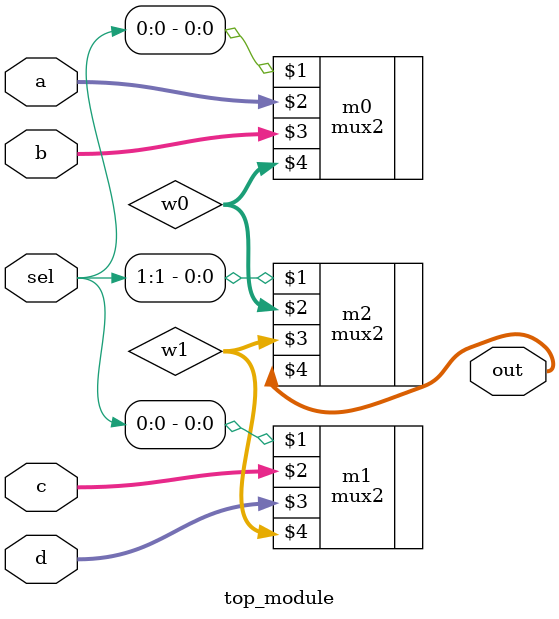
<source format=v>
module top_module(
    input [1:0] sel,
    input [7:0] a,
    input [7:0] b,
    input [7:0] c,
    input [7:0] d,
    output [7:0] out);
    wire [7:0] w0, w1;   // intermediate wires of size 8-bits
    mux2 m0(sel[0], a, b, w0);     // you can't use the same variable names for both instantiations and intermediate variables
    mux2 m1(sel[0], c, d, w1);     // the initial two MUXs should have select line as sel[0]
    mux2 m2(sel[1], w0, w1, out);
endmodule
</source>
